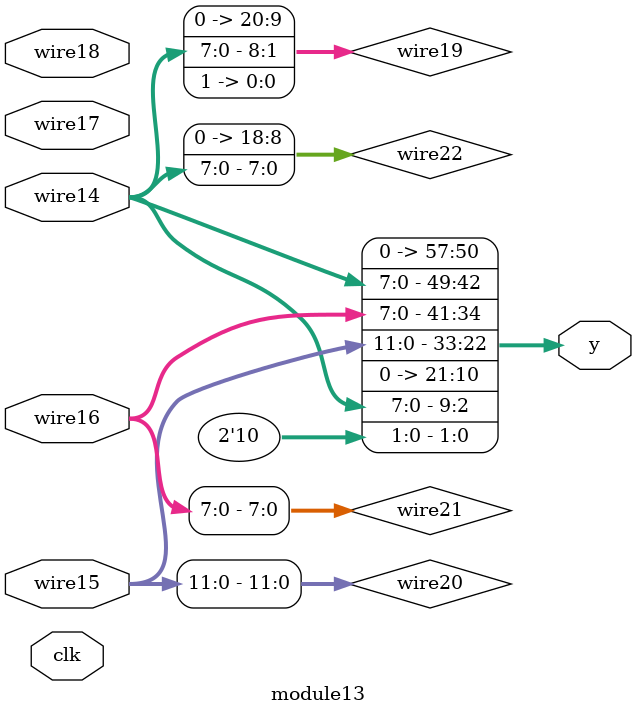
<source format=v>
module top
#(parameter param165 = ((^~(^{((8'hbb) >= (8'ha5)), ((7'h42) > (8'hbe))})) >= ({(((8'ha0) != (8'hbb)) ? (^~(8'ha3)) : ((8'hb9) != (8'hae))), {((8'hb6) == (8'h9f)), (|(8'hb3))}} ? (((~(8'hb1)) ? (~&(8'ha1)) : ((8'hb5) >> (8'hb3))) | ({(8'hb1)} ? ((8'h9f) ? (8'hae) : (8'h9d)) : {(8'hba), (7'h41)})) : ((((8'hb3) ? (8'hb2) : (8'ha5)) || (+(8'haf))) <= ((|(8'ha4)) >= ((7'h44) >> (8'h9f)))))))
(y, clk, wire0, wire1, wire2, wire3);
  output wire [(32'hb7):(32'h0)] y;
  input wire [(1'h0):(1'h0)] clk;
  input wire signed [(5'h13):(1'h0)] wire0;
  input wire signed [(4'hb):(1'h0)] wire1;
  input wire signed [(5'h11):(1'h0)] wire2;
  input wire signed [(4'hf):(1'h0)] wire3;
  wire [(4'he):(1'h0)] wire164;
  wire signed [(5'h11):(1'h0)] wire163;
  wire [(3'h5):(1'h0)] wire156;
  wire [(3'h6):(1'h0)] wire155;
  wire signed [(2'h3):(1'h0)] wire154;
  wire [(3'h6):(1'h0)] wire152;
  wire [(4'hf):(1'h0)] wire4;
  wire [(4'hd):(1'h0)] wire5;
  wire signed [(2'h3):(1'h0)] wire149;
  reg signed [(4'hd):(1'h0)] reg162 = (1'h0);
  reg [(4'he):(1'h0)] reg161 = (1'h0);
  reg signed [(2'h2):(1'h0)] reg160 = (1'h0);
  reg signed [(5'h14):(1'h0)] reg159 = (1'h0);
  reg signed [(4'hb):(1'h0)] reg158 = (1'h0);
  reg signed [(3'h5):(1'h0)] reg157 = (1'h0);
  reg [(4'he):(1'h0)] reg153 = (1'h0);
  reg signed [(5'h15):(1'h0)] reg151 = (1'h0);
  assign y = {wire164,
                 wire163,
                 wire156,
                 wire155,
                 wire154,
                 wire152,
                 wire4,
                 wire5,
                 wire149,
                 reg162,
                 reg161,
                 reg160,
                 reg159,
                 reg158,
                 reg157,
                 reg153,
                 reg151,
                 (1'h0)};
  assign wire4 = $unsigned(($unsigned(wire3[(3'h5):(3'h5)]) ?
                     ($unsigned((wire3 && (8'ha5))) && (8'hb1)) : wire2));
  assign wire5 = ((($signed({wire0}) ?
                     {(wire1 ? wire4 : wire0), (8'had)} : $signed(((8'hbe) ?
                         wire2 : wire3))) >>> {wire2[(4'ha):(3'h7)]}) && (-$unsigned($unsigned(wire4))));
  module6 #() modinst150 (wire149, clk, wire4, wire1, wire3, wire0, wire5);
  always
    @(posedge clk) begin
      reg151 <= $unsigned(wire3[(2'h3):(1'h1)]);
    end
  assign wire152 = $unsigned((wire3[(4'h8):(3'h6)] != $unsigned(wire4[(4'h9):(3'h4)])));
  always
    @(posedge clk) begin
      reg153 <= (wire5 < (wire3[(4'hd):(4'h9)] + {$unsigned({wire3}),
          $unsigned($signed((8'h9c)))}));
    end
  assign wire154 = wire3;
  assign wire155 = ($unsigned((($unsigned((8'ha8)) ?
                       (wire152 ? wire0 : (8'hb7)) : (reg151 ?
                           (8'hbc) : wire154)) << ((wire2 | wire4) - wire152))) <<< $unsigned(wire149));
  assign wire156 = (^~((~|$unsigned($signed(wire155))) <= wire5[(4'hc):(1'h0)]));
  always
    @(posedge clk) begin
      reg157 <= $unsigned((wire3 <= wire5));
      reg158 <= $unsigned(((((~^wire4) ?
          reg153 : $unsigned(wire0)) - reg151) - {reg153[(2'h2):(1'h0)],
          ($unsigned(wire4) ? wire156 : wire0[(5'h12):(4'hf)])}));
      if (wire3[(4'he):(3'h5)])
        begin
          reg159 <= wire1;
          reg160 <= ({(((&wire5) - $signed(wire4)) ?
                  (wire4[(4'hf):(4'hd)] ?
                      wire2 : {(7'h41)}) : (7'h42))} >>> $unsigned(reg158[(3'h5):(3'h4)]));
        end
      else
        begin
          reg159 <= ((wire152 ?
                  ($signed({wire152}) ?
                      reg159 : ((wire4 ? reg157 : (8'ha0)) ?
                          (reg151 ?
                              (8'ha4) : (8'hb2)) : wire2)) : (~&(&(^wire4)))) ?
              (+(!$unsigned(reg160[(2'h2):(1'h1)]))) : reg159[(1'h0):(1'h0)]);
        end
      reg161 <= wire4;
      reg162 <= reg159;
    end
  assign wire163 = reg153[(4'h8):(1'h1)];
  assign wire164 = (&(~&(~|reg158)));
endmodule

module module6  (y, clk, wire7, wire8, wire9, wire10, wire11);
  output wire [(32'h1c4):(32'h0)] y;
  input wire [(1'h0):(1'h0)] clk;
  input wire signed [(4'hf):(1'h0)] wire7;
  input wire [(4'h9):(1'h0)] wire8;
  input wire [(4'hf):(1'h0)] wire9;
  input wire [(5'h13):(1'h0)] wire10;
  input wire [(4'hd):(1'h0)] wire11;
  wire [(4'hc):(1'h0)] wire134;
  wire signed [(5'h12):(1'h0)] wire133;
  wire [(5'h10):(1'h0)] wire132;
  wire [(5'h14):(1'h0)] wire131;
  wire [(4'he):(1'h0)] wire130;
  wire [(3'h5):(1'h0)] wire128;
  wire signed [(3'h5):(1'h0)] wire117;
  wire signed [(5'h13):(1'h0)] wire116;
  wire signed [(4'hb):(1'h0)] wire114;
  wire [(5'h12):(1'h0)] wire12;
  wire signed [(5'h12):(1'h0)] wire23;
  reg signed [(3'h6):(1'h0)] reg148 = (1'h0);
  reg [(4'hb):(1'h0)] reg147 = (1'h0);
  reg signed [(3'h7):(1'h0)] reg146 = (1'h0);
  reg signed [(5'h11):(1'h0)] reg145 = (1'h0);
  reg [(4'hc):(1'h0)] reg144 = (1'h0);
  reg signed [(5'h14):(1'h0)] reg143 = (1'h0);
  reg signed [(5'h15):(1'h0)] reg142 = (1'h0);
  reg [(5'h14):(1'h0)] reg141 = (1'h0);
  reg [(2'h3):(1'h0)] reg140 = (1'h0);
  reg signed [(4'h8):(1'h0)] reg139 = (1'h0);
  reg [(2'h3):(1'h0)] reg138 = (1'h0);
  reg [(5'h12):(1'h0)] reg137 = (1'h0);
  reg signed [(3'h7):(1'h0)] reg136 = (1'h0);
  reg [(4'he):(1'h0)] reg135 = (1'h0);
  reg [(4'h8):(1'h0)] reg129 = (1'h0);
  reg [(4'ha):(1'h0)] reg127 = (1'h0);
  reg [(3'h6):(1'h0)] reg126 = (1'h0);
  reg signed [(5'h14):(1'h0)] reg125 = (1'h0);
  reg signed [(4'hc):(1'h0)] reg124 = (1'h0);
  reg [(4'hb):(1'h0)] reg123 = (1'h0);
  reg [(4'he):(1'h0)] reg122 = (1'h0);
  reg signed [(2'h2):(1'h0)] reg121 = (1'h0);
  reg [(4'ha):(1'h0)] reg120 = (1'h0);
  reg signed [(4'he):(1'h0)] reg119 = (1'h0);
  reg signed [(5'h15):(1'h0)] reg118 = (1'h0);
  assign y = {wire134,
                 wire133,
                 wire132,
                 wire131,
                 wire130,
                 wire128,
                 wire117,
                 wire116,
                 wire114,
                 wire12,
                 wire23,
                 reg148,
                 reg147,
                 reg146,
                 reg145,
                 reg144,
                 reg143,
                 reg142,
                 reg141,
                 reg140,
                 reg139,
                 reg138,
                 reg137,
                 reg136,
                 reg135,
                 reg129,
                 reg127,
                 reg126,
                 reg125,
                 reg124,
                 reg123,
                 reg122,
                 reg121,
                 reg120,
                 reg119,
                 reg118,
                 (1'h0)};
  assign wire12 = (wire10 ?
                      (wire10[(4'h9):(4'h9)] ?
                          (~&$signed(wire10)) : wire9) : wire10);
  module13 #() modinst24 (.wire15(wire7), .wire14(wire8), .wire16(wire10), .clk(clk), .wire17(wire9), .y(wire23), .wire18(wire11));
  module25 #() modinst115 (wire114, clk, wire11, wire7, wire12, wire9);
  assign wire116 = wire12;
  assign wire117 = $signed(wire114[(1'h1):(1'h0)]);
  always
    @(posedge clk) begin
      if ((((((wire117 >>> wire117) ?
          wire9[(4'h8):(3'h4)] : (wire11 >> wire8)) || {(+wire114)}) >> wire12[(4'h9):(4'h9)]) && ((wire23 ?
          wire11[(4'hc):(4'h8)] : wire9) > $signed(((wire114 ?
              wire11 : wire12) ?
          (+wire116) : (wire114 + wire114))))))
        begin
          reg118 <= $signed($signed({({wire12, wire10} ?
                  (wire8 || wire116) : (wire116 & wire9)),
              {(wire117 * wire23), (wire10 ? wire8 : wire11)}}));
          if (wire10[(4'h9):(4'h8)])
            begin
              reg119 <= wire10[(4'ha):(2'h2)];
              reg120 <= $signed($unsigned((8'ha4)));
              reg121 <= wire117[(1'h1):(1'h0)];
              reg122 <= ((wire11[(4'h9):(2'h2)] ?
                  ((^reg121[(2'h2):(2'h2)]) ?
                      $unsigned(wire9) : $unsigned(wire116)) : (-(-(wire12 ?
                      reg120 : reg121)))) <<< {reg118[(4'hd):(1'h1)]});
              reg123 <= $signed($unsigned($unsigned(wire7[(3'h5):(1'h1)])));
            end
          else
            begin
              reg119 <= ($unsigned($signed((8'ha4))) ? (~wire12) : wire117);
              reg120 <= (($signed({reg121}) > wire11[(3'h5):(2'h3)]) ?
                  reg122 : (($signed((reg119 ? reg121 : (8'hb7))) || (-{wire10,
                          reg119})) ?
                      (-{(8'hb3),
                          ((8'hb7) ? reg121 : wire11)}) : (wire8 && reg120)));
              reg121 <= ($signed((!((reg122 ?
                  reg120 : wire11) ^ (+wire11)))) & $unsigned(wire7[(1'h1):(1'h1)]));
              reg122 <= {{wire10}, reg119};
            end
          reg124 <= ((~|($unsigned(reg118) ?
                  $signed($unsigned(wire10)) : $signed(wire116))) ?
              (~|(~^wire116)) : ((reg120 ?
                  ($unsigned((8'h9f)) >= (reg118 <= wire12)) : (wire23[(3'h6):(1'h0)] ?
                      (wire9 ~^ reg121) : (wire117 ?
                          reg123 : wire10))) < $signed((^$signed(wire9)))));
          reg125 <= (($signed($signed(wire116)) ?
                  (8'hb9) : $signed(wire23[(4'h8):(3'h7)])) ?
              $signed((wire7[(3'h4):(2'h2)] ?
                  {$signed(reg124)} : wire10[(2'h2):(1'h0)])) : wire11);
        end
      else
        begin
          if (($unsigned((~$unsigned($signed(wire114)))) ?
              ($signed(wire8) - wire7[(4'h9):(1'h0)]) : $signed((!reg118[(4'h8):(4'h8)]))))
            begin
              reg118 <= wire117[(2'h3):(2'h3)];
              reg119 <= ($unsigned(wire11[(4'hc):(4'hb)]) ?
                  $unsigned((reg120[(2'h2):(1'h1)] || ($signed((8'haf)) ?
                      $signed(reg119) : (reg118 ?
                          reg120 : (8'hbb))))) : {(7'h41)});
              reg120 <= (wire10 ?
                  {wire10[(4'h9):(1'h1)],
                      $signed(reg123[(4'ha):(4'h8)])} : {(~wire7[(4'hb):(4'hb)])});
              reg121 <= ((~^(~^$unsigned((|wire9)))) ?
                  $unsigned({$signed({wire12, reg119}),
                      ((-reg118) ^~ (!(8'ha6)))}) : ((wire10[(3'h7):(2'h3)] && {(wire114 ^~ wire7)}) ?
                      (wire9 ?
                          ({wire12} ?
                              reg118[(4'hc):(4'h8)] : (^wire12)) : reg125) : reg122));
              reg122 <= wire7;
            end
          else
            begin
              reg118 <= reg121[(1'h0):(1'h0)];
              reg119 <= (&($signed(wire11[(4'h9):(4'h8)]) && {wire8,
                  ((^~(8'hbd)) ? (reg118 ^ wire9) : ((7'h40) == (8'ha0)))}));
              reg120 <= $unsigned(reg120);
              reg121 <= (((((reg118 < reg120) ? {(8'hbc), reg119} : reg122) ?
                      reg118 : (&{reg120,
                          reg119})) ~^ {(|reg123[(3'h6):(2'h2)]),
                      ((8'ha0) ^ ((8'hb5) ? reg118 : reg124))}) ?
                  (-wire9[(3'h6):(3'h4)]) : ((((reg118 ? reg121 : reg119) ?
                          $signed(wire11) : wire117) ?
                      reg119 : reg120) != (+(|(^~wire8)))));
              reg122 <= (|($signed({(wire8 < reg121),
                  $signed(reg125)}) && (8'ha4)));
            end
          reg123 <= ($unsigned((&reg122[(4'hc):(4'h9)])) ~^ (wire10 * wire116));
          reg124 <= wire116[(4'hb):(1'h0)];
        end
      reg126 <= wire12;
      reg127 <= $signed({reg123[(4'h9):(3'h4)],
          ((wire23[(2'h3):(1'h0)] ?
              ((8'hbd) ~^ wire116) : $signed((8'hb3))) >> (8'h9c))});
    end
  assign wire128 = {(((~(wire12 - reg125)) ? reg120 : $unsigned((~|reg124))) ?
                           ($signed(wire114[(3'h6):(1'h1)]) < $unsigned(reg126)) : $unsigned((~reg125[(3'h6):(2'h2)])))};
  always
    @(posedge clk) begin
      reg129 <= $signed({$signed(((~wire8) > reg118))});
    end
  assign wire130 = (reg123 & wire9[(4'hc):(4'hc)]);
  assign wire131 = (+wire114);
  assign wire132 = $signed($unsigned(($signed(reg129) * wire116)));
  assign wire133 = reg118[(3'h7):(1'h1)];
  assign wire134 = $unsigned(wire23[(4'hb):(1'h0)]);
  always
    @(posedge clk) begin
      reg135 <= reg122[(4'hb):(3'h7)];
      if (wire130)
        begin
          if ((~|(~{(~^reg118[(4'hc):(4'hb)]), {(^wire128)}})))
            begin
              reg136 <= wire12;
              reg137 <= $signed({reg127[(1'h1):(1'h0)],
                  $unsigned(reg122[(3'h6):(2'h2)])});
              reg138 <= $unsigned((((((8'ha3) & reg120) ?
                  $unsigned(reg123) : (wire12 && reg127)) ^~ ((8'hb8) ?
                  ((8'ha9) ? reg121 : reg126) : ((8'ha9) & reg129))) - reg123));
            end
          else
            begin
              reg136 <= $signed(reg127[(2'h2):(1'h1)]);
              reg137 <= $unsigned({$signed($signed((+wire132))),
                  ((8'ha8) ? (8'haf) : (!$signed(reg137)))});
              reg138 <= $unsigned((-wire23));
            end
          if ($signed(($unsigned((7'h41)) >> ($signed((wire10 ?
              wire133 : reg125)) ~^ (((8'hbc) <<< wire117) ?
              (~wire12) : (reg135 ? (8'ha0) : (8'hb5)))))))
            begin
              reg139 <= wire117[(1'h0):(1'h0)];
              reg140 <= ((8'h9c) ?
                  (-wire23) : $signed($unsigned(wire8[(3'h5):(2'h2)])));
              reg141 <= wire116;
            end
          else
            begin
              reg139 <= $signed($unsigned({$signed($signed(wire133))}));
            end
          if (wire117[(3'h5):(2'h3)])
            begin
              reg142 <= ({((^$unsigned(reg127)) ?
                          (~&$unsigned(wire133)) : $signed(reg122[(4'hc):(3'h5)]))} ?
                  (reg137 * (~&wire117[(3'h5):(3'h4)])) : $unsigned(wire8[(3'h4):(1'h1)]));
              reg143 <= {((-reg140) - (~$signed($unsigned(reg123)))),
                  $unsigned($signed(reg129))};
            end
          else
            begin
              reg142 <= $signed($signed($unsigned(reg143[(4'hd):(3'h7)])));
              reg143 <= (wire7 ?
                  {reg139[(3'h4):(2'h2)]} : {(reg139[(3'h5):(1'h1)] ?
                          $signed((reg124 ~^ reg140)) : $unsigned((~wire131))),
                      ($signed($signed(reg141)) ?
                          reg120[(3'h7):(3'h6)] : $unsigned((reg139 ?
                              reg143 : reg129)))});
              reg144 <= ($unsigned($signed(((^~wire23) ?
                      reg120 : $signed((8'ha5))))) ?
                  ({((reg125 ? (8'ha3) : wire114) ^~ reg139), wire128} ?
                      wire133 : ($unsigned(((8'hb1) ?
                          wire114 : wire128)) | $signed(((8'ha3) ?
                          wire9 : wire23)))) : (((wire117 == (~|reg138)) | $unsigned($signed(wire114))) ?
                      (|$unsigned((reg138 < reg129))) : (+(reg135[(3'h6):(2'h2)] ^~ $unsigned(reg121)))));
              reg145 <= (wire114 ?
                  (((~|(~^reg141)) ? {reg118, {reg143}} : (~|(!reg125))) ?
                      $signed($signed(wire131)) : ($unsigned($unsigned((8'hae))) > reg119[(4'he):(4'hb)])) : ($signed(({wire132,
                          (8'hab)} ^ $signed(reg140))) ?
                      reg142[(4'h9):(3'h7)] : (^$signed({reg129}))));
            end
          reg146 <= (8'hb6);
          reg147 <= (reg140 ? (!$signed((^(~wire116)))) : (|(8'hb0)));
        end
      else
        begin
          reg136 <= $unsigned((|$unsigned({$signed(reg138),
              ((8'hb5) ? wire134 : wire130)})));
          reg137 <= reg141;
          reg138 <= ($unsigned($signed($signed((wire114 >> (8'hbc))))) >= (8'hb1));
          reg139 <= {(((7'h43) ? {$unsigned(wire114)} : reg142) ?
                  (reg144 ?
                      $unsigned($signed(wire8)) : $signed($unsigned(wire116))) : (!reg145[(4'hd):(1'h0)]))};
          reg140 <= $unsigned((wire131 ?
              $signed(((|wire134) ^ reg136[(3'h5):(1'h0)])) : $unsigned((wire117[(2'h3):(2'h3)] * {wire11,
                  wire131}))));
        end
      reg148 <= $signed((wire128[(3'h4):(2'h2)] < (8'hb8)));
    end
endmodule

module module25
#(parameter param113 = {(((((8'haa) || (8'hb7)) <<< (&(8'hb4))) ? (~^((8'ha9) ^ (8'ha0))) : ((~(8'h9c)) ? (!(8'hae)) : ((8'hb8) ? (7'h44) : (8'h9d)))) ^ (8'hb9))})
(y, clk, wire29, wire28, wire27, wire26);
  output wire [(32'h388):(32'h0)] y;
  input wire [(1'h0):(1'h0)] clk;
  input wire signed [(2'h3):(1'h0)] wire29;
  input wire signed [(4'hf):(1'h0)] wire28;
  input wire [(5'h12):(1'h0)] wire27;
  input wire signed [(2'h2):(1'h0)] wire26;
  wire signed [(4'he):(1'h0)] wire112;
  wire [(4'hd):(1'h0)] wire111;
  wire [(5'h13):(1'h0)] wire89;
  wire [(4'h8):(1'h0)] wire74;
  wire [(5'h11):(1'h0)] wire73;
  wire [(4'ha):(1'h0)] wire72;
  wire signed [(3'h5):(1'h0)] wire68;
  wire signed [(5'h13):(1'h0)] wire67;
  wire [(3'h4):(1'h0)] wire53;
  wire signed [(4'hc):(1'h0)] wire52;
  wire [(4'h9):(1'h0)] wire42;
  wire signed [(5'h13):(1'h0)] wire41;
  reg [(4'he):(1'h0)] reg110 = (1'h0);
  reg signed [(2'h2):(1'h0)] reg109 = (1'h0);
  reg [(4'h8):(1'h0)] reg108 = (1'h0);
  reg signed [(3'h6):(1'h0)] reg107 = (1'h0);
  reg [(2'h3):(1'h0)] reg106 = (1'h0);
  reg [(3'h4):(1'h0)] reg105 = (1'h0);
  reg signed [(5'h12):(1'h0)] reg104 = (1'h0);
  reg [(4'h9):(1'h0)] reg103 = (1'h0);
  reg [(4'hf):(1'h0)] reg102 = (1'h0);
  reg [(5'h12):(1'h0)] reg101 = (1'h0);
  reg signed [(3'h5):(1'h0)] reg100 = (1'h0);
  reg [(4'hf):(1'h0)] reg99 = (1'h0);
  reg [(5'h11):(1'h0)] reg98 = (1'h0);
  reg [(5'h15):(1'h0)] reg97 = (1'h0);
  reg [(3'h7):(1'h0)] reg96 = (1'h0);
  reg [(3'h4):(1'h0)] reg95 = (1'h0);
  reg signed [(4'ha):(1'h0)] reg94 = (1'h0);
  reg [(4'hd):(1'h0)] reg93 = (1'h0);
  reg signed [(3'h6):(1'h0)] reg92 = (1'h0);
  reg signed [(4'he):(1'h0)] reg91 = (1'h0);
  reg signed [(3'h6):(1'h0)] reg90 = (1'h0);
  reg signed [(4'h8):(1'h0)] reg88 = (1'h0);
  reg [(5'h14):(1'h0)] reg87 = (1'h0);
  reg [(3'h4):(1'h0)] reg86 = (1'h0);
  reg signed [(2'h3):(1'h0)] reg85 = (1'h0);
  reg [(3'h4):(1'h0)] reg84 = (1'h0);
  reg [(3'h5):(1'h0)] reg83 = (1'h0);
  reg [(4'he):(1'h0)] reg82 = (1'h0);
  reg [(3'h5):(1'h0)] reg81 = (1'h0);
  reg [(3'h4):(1'h0)] reg80 = (1'h0);
  reg signed [(4'h9):(1'h0)] reg79 = (1'h0);
  reg [(3'h6):(1'h0)] reg78 = (1'h0);
  reg signed [(5'h10):(1'h0)] reg77 = (1'h0);
  reg [(5'h13):(1'h0)] reg76 = (1'h0);
  reg [(3'h6):(1'h0)] reg75 = (1'h0);
  reg [(5'h10):(1'h0)] reg71 = (1'h0);
  reg [(2'h3):(1'h0)] reg70 = (1'h0);
  reg signed [(4'hf):(1'h0)] reg69 = (1'h0);
  reg signed [(4'hf):(1'h0)] reg66 = (1'h0);
  reg [(5'h12):(1'h0)] reg65 = (1'h0);
  reg [(5'h13):(1'h0)] reg64 = (1'h0);
  reg [(2'h2):(1'h0)] reg63 = (1'h0);
  reg signed [(4'he):(1'h0)] reg62 = (1'h0);
  reg [(2'h3):(1'h0)] reg61 = (1'h0);
  reg signed [(3'h7):(1'h0)] reg60 = (1'h0);
  reg [(4'hf):(1'h0)] reg59 = (1'h0);
  reg [(4'h8):(1'h0)] reg58 = (1'h0);
  reg [(2'h3):(1'h0)] reg57 = (1'h0);
  reg [(4'hf):(1'h0)] reg56 = (1'h0);
  reg signed [(5'h14):(1'h0)] reg55 = (1'h0);
  reg signed [(5'h12):(1'h0)] reg54 = (1'h0);
  reg [(5'h13):(1'h0)] reg51 = (1'h0);
  reg signed [(5'h12):(1'h0)] reg50 = (1'h0);
  reg signed [(2'h3):(1'h0)] reg49 = (1'h0);
  reg signed [(4'ha):(1'h0)] reg48 = (1'h0);
  reg signed [(4'ha):(1'h0)] reg47 = (1'h0);
  reg [(3'h5):(1'h0)] reg46 = (1'h0);
  reg signed [(3'h4):(1'h0)] reg45 = (1'h0);
  reg [(2'h3):(1'h0)] reg44 = (1'h0);
  reg [(4'ha):(1'h0)] reg43 = (1'h0);
  reg signed [(5'h14):(1'h0)] reg40 = (1'h0);
  reg signed [(5'h10):(1'h0)] reg39 = (1'h0);
  reg [(5'h13):(1'h0)] reg38 = (1'h0);
  reg [(3'h7):(1'h0)] reg37 = (1'h0);
  reg signed [(4'h9):(1'h0)] reg36 = (1'h0);
  reg [(3'h6):(1'h0)] reg35 = (1'h0);
  reg [(5'h15):(1'h0)] reg34 = (1'h0);
  reg [(2'h3):(1'h0)] reg33 = (1'h0);
  reg signed [(5'h10):(1'h0)] reg32 = (1'h0);
  reg [(5'h12):(1'h0)] reg31 = (1'h0);
  reg signed [(4'h8):(1'h0)] reg30 = (1'h0);
  assign y = {wire112,
                 wire111,
                 wire89,
                 wire74,
                 wire73,
                 wire72,
                 wire68,
                 wire67,
                 wire53,
                 wire52,
                 wire42,
                 wire41,
                 reg110,
                 reg109,
                 reg108,
                 reg107,
                 reg106,
                 reg105,
                 reg104,
                 reg103,
                 reg102,
                 reg101,
                 reg100,
                 reg99,
                 reg98,
                 reg97,
                 reg96,
                 reg95,
                 reg94,
                 reg93,
                 reg92,
                 reg91,
                 reg90,
                 reg88,
                 reg87,
                 reg86,
                 reg85,
                 reg84,
                 reg83,
                 reg82,
                 reg81,
                 reg80,
                 reg79,
                 reg78,
                 reg77,
                 reg76,
                 reg75,
                 reg71,
                 reg70,
                 reg69,
                 reg66,
                 reg65,
                 reg64,
                 reg63,
                 reg62,
                 reg61,
                 reg60,
                 reg59,
                 reg58,
                 reg57,
                 reg56,
                 reg55,
                 reg54,
                 reg51,
                 reg50,
                 reg49,
                 reg48,
                 reg47,
                 reg46,
                 reg45,
                 reg44,
                 reg43,
                 reg40,
                 reg39,
                 reg38,
                 reg37,
                 reg36,
                 reg35,
                 reg34,
                 reg33,
                 reg32,
                 reg31,
                 reg30,
                 (1'h0)};
  always
    @(posedge clk) begin
      if ((wire27[(4'ha):(4'h9)] ?
          $unsigned($signed(($signed(wire26) >>> (~&wire29)))) : ($signed(wire28[(2'h3):(2'h2)]) * wire28[(3'h7):(1'h0)])))
        begin
          reg30 <= wire26;
          reg31 <= $unsigned(((~&$unsigned((wire29 >>> wire26))) ~^ (|({reg30} & $unsigned(wire29)))));
        end
      else
        begin
          if (({(^~$unsigned($unsigned((8'h9d))))} ? $signed(wire27) : wire29))
            begin
              reg30 <= ((~^(wire26 ?
                      ({reg30} ?
                          (wire28 ?
                              wire26 : (8'haa)) : $signed(wire28)) : $unsigned((reg31 && reg31)))) ?
                  $signed((-(!wire26[(1'h0):(1'h0)]))) : wire29[(2'h3):(2'h3)]);
              reg31 <= (-$signed(wire26));
            end
          else
            begin
              reg30 <= (reg30[(3'h7):(1'h0)] ?
                  wire28 : $unsigned((|$unsigned($unsigned(reg30)))));
              reg31 <= (($signed((~&(reg30 ~^ wire26))) ~^ (~($signed(wire29) ?
                      wire27 : {wire27, wire28}))) ?
                  wire27[(3'h6):(2'h2)] : wire27[(1'h0):(1'h0)]);
              reg32 <= ($signed($unsigned(wire29)) ?
                  reg31[(5'h10):(1'h1)] : $signed((|(~^wire29[(2'h2):(1'h1)]))));
            end
          if (((^~($unsigned((~^(8'hb5))) | reg31[(3'h4):(1'h1)])) | ($signed((~^(reg31 ?
              wire29 : (8'ha9)))) && $unsigned(wire26))))
            begin
              reg33 <= (~{$signed(wire27[(4'he):(4'ha)])});
              reg34 <= wire27[(3'h5):(1'h1)];
              reg35 <= $signed(wire27[(4'hd):(4'ha)]);
              reg36 <= $unsigned((wire29 | $signed(wire28)));
              reg37 <= $signed(reg31);
            end
          else
            begin
              reg33 <= wire29;
              reg34 <= (wire29[(2'h3):(1'h0)] && $signed($unsigned(reg35[(3'h4):(2'h2)])));
              reg35 <= wire29;
              reg36 <= $unsigned(($signed($unsigned((wire26 < reg33))) ?
                  $unsigned($signed($signed(wire28))) : wire27[(5'h11):(1'h0)]));
              reg37 <= (8'hab);
            end
          reg38 <= wire27;
        end
      reg39 <= $unsigned($unsigned($signed($signed((reg31 ^ reg34)))));
      reg40 <= $unsigned($unsigned($signed($signed((wire29 ?
          reg32 : wire29)))));
    end
  assign wire41 = reg37;
  assign wire42 = (((reg30[(3'h4):(1'h0)] ?
                          ((reg31 ^ (8'had)) >> reg38[(4'hd):(4'ha)]) : (reg30[(3'h6):(3'h5)] ?
                              (~^reg40) : $unsigned(reg40))) ?
                      wire29 : ((~^((8'hbd) - (8'had))) >= ($unsigned(wire41) ?
                          wire29[(1'h0):(1'h0)] : $unsigned(wire28)))) << (^($signed((wire41 ?
                      reg33 : reg33)) <= wire28)));
  always
    @(posedge clk) begin
      reg43 <= {$unsigned($unsigned(reg36)),
          $unsigned($signed(((~reg38) ? reg30 : (-(8'had)))))};
      reg44 <= {$unsigned(($signed($unsigned(reg38)) ?
              wire28 : (reg34[(2'h3):(2'h2)] ?
                  (reg30 ? wire29 : reg40) : wire26))),
          ((wire42 >= {reg34}) ~^ reg37[(1'h1):(1'h1)])};
      reg45 <= ((&{{(~(8'had)), (~|reg34)}}) ?
          reg36[(4'h9):(2'h2)] : reg34[(4'he):(3'h4)]);
      if (((~reg34) << reg32[(4'hf):(4'ha)]))
        begin
          if (reg45)
            begin
              reg46 <= (+$signed((reg34 - ($unsigned(wire29) > $unsigned(reg39)))));
              reg47 <= $unsigned((~^$signed($unsigned(((7'h43) ?
                  wire26 : reg36)))));
              reg48 <= {reg30};
              reg49 <= reg44[(1'h1):(1'h1)];
            end
          else
            begin
              reg46 <= ((wire29 ? reg44 : $signed((|$signed(reg35)))) ?
                  ({(8'hb4),
                      ($signed((8'haa)) << $signed((8'h9e)))} >>> (|$signed(wire27))) : (reg34[(1'h0):(1'h0)] ?
                      reg30[(3'h7):(2'h3)] : (~wire41[(3'h4):(2'h3)])));
              reg47 <= $signed($unsigned($signed((reg43[(1'h0):(1'h0)] && wire41))));
              reg48 <= ((7'h40) ?
                  ($unsigned(({reg45} ?
                          $unsigned(wire42) : (reg47 ? reg33 : reg30))) ?
                      $signed((|reg40)) : (^~$signed((+(8'hb5))))) : (^(((reg35 != reg34) ?
                          ((7'h44) < (8'hbb)) : $unsigned(wire26)) ?
                      wire42[(1'h1):(1'h0)] : $unsigned((wire28 ~^ (7'h43))))));
              reg49 <= (8'hbe);
              reg50 <= $signed($unsigned(((-(reg37 ?
                  (8'ha4) : wire29)) <= $unsigned(wire28[(1'h1):(1'h1)]))));
            end
          reg51 <= (+(($signed((8'hbd)) ?
                  $unsigned((reg39 ? (8'hac) : (8'ha9))) : {reg36}) ?
              reg47[(4'h9):(4'h9)] : ((-reg35) > $unsigned(reg39[(4'hd):(4'hb)]))));
        end
      else
        begin
          reg46 <= (reg47[(4'h8):(2'h2)] ? wire27 : wire26);
          reg47 <= $signed((({$signed(reg46)} | (-reg39)) ?
              (~^(~$unsigned(reg51))) : (~|{$unsigned(reg48)})));
          reg48 <= wire27[(4'hd):(3'h7)];
          reg49 <= $unsigned({$signed((~&(~|reg34))), wire41[(5'h11):(4'h9)]});
        end
    end
  assign wire52 = (^~$unsigned((reg33[(1'h1):(1'h0)] ?
                      (8'h9d) : $signed(reg39))));
  assign wire53 = (!(reg31 | $signed($unsigned((!reg47)))));
  always
    @(posedge clk) begin
      reg54 <= $unsigned(reg50);
      if (({wire28[(4'hd):(2'h3)], (8'hb4)} ?
          reg47[(4'h9):(4'h8)] : $unsigned(reg36)))
        begin
          reg55 <= $unsigned((+(~reg35)));
          reg56 <= $unsigned(reg51);
          reg57 <= $signed(wire26[(1'h1):(1'h1)]);
        end
      else
        begin
          reg55 <= reg31;
        end
      reg58 <= {(reg32[(5'h10):(1'h0)] ?
              (~^reg40[(3'h4):(3'h4)]) : ((&reg54[(3'h4):(1'h1)]) ~^ ((wire53 <<< reg33) << ((8'ha2) ?
                  reg30 : (8'ha4))))),
          ($unsigned((reg45 ? (+(8'hbf)) : (reg55 ? wire42 : reg47))) ?
              $unsigned(reg35) : (&(-$unsigned(reg55))))};
      reg59 <= (((wire29 ?
          $signed((wire28 >= reg48)) : $signed((reg55 && reg31))) ^~ (wire29 < ($unsigned(reg37) ~^ reg37))) >>> $unsigned({$unsigned(reg38[(3'h4):(2'h2)])}));
      if (wire42)
        begin
          reg60 <= (reg59 > reg37[(3'h4):(1'h1)]);
          reg61 <= ({$signed($unsigned(wire53[(2'h2):(1'h1)])),
                  (({reg30, reg37} || $signed(reg58)) ?
                      (^~$signed(reg32)) : (+(reg34 <<< reg31)))} ?
              (8'ha6) : (({reg49[(2'h3):(2'h3)]} ?
                      (reg54[(4'h8):(3'h4)] <<< (+(8'ha6))) : ((~|reg32) ?
                          $signed(reg46) : $signed(reg56))) ?
                  reg43[(3'h6):(3'h6)] : reg38[(2'h3):(2'h2)]));
          if ($unsigned($unsigned($unsigned($unsigned(reg58[(3'h7):(3'h6)])))))
            begin
              reg62 <= reg30;
              reg63 <= ((~|$unsigned($signed((wire52 ?
                  reg56 : reg61)))) >= (($unsigned($unsigned(reg30)) ?
                      (&wire53[(1'h1):(1'h1)]) : $unsigned((reg55 ?
                          reg61 : wire42))) ?
                  ($signed((+reg46)) ?
                      $signed((reg35 ? wire53 : wire53)) : {{(8'h9c)},
                          ((8'hb9) > (8'hab))}) : $unsigned({{reg44}})));
              reg64 <= ($signed({$unsigned((reg48 ? reg51 : (8'ha8)))}) ?
                  (8'hb4) : ((reg63 <<< (reg60[(3'h4):(2'h3)] ?
                          wire27[(4'hf):(4'he)] : $unsigned((8'ha8)))) ?
                      $signed($signed((~(8'haf)))) : reg40));
              reg65 <= (~(((8'hbf) ?
                  (reg60 == (8'h9d)) : reg64) | $signed({reg47, reg33})));
            end
          else
            begin
              reg62 <= reg38[(5'h13):(3'h5)];
            end
          reg66 <= (~^{wire53, wire28[(4'h8):(1'h0)]});
        end
      else
        begin
          if ($signed(($unsigned((~&reg35[(3'h4):(2'h2)])) >> ($signed({(8'hbb)}) >= ($signed((8'h9c)) <= wire52)))))
            begin
              reg60 <= reg39;
            end
          else
            begin
              reg60 <= $signed(reg36[(3'h5):(2'h3)]);
              reg61 <= (8'haa);
            end
          if (reg44[(2'h3):(2'h3)])
            begin
              reg62 <= ($signed(reg50) | $unsigned(wire26[(2'h2):(2'h2)]));
              reg63 <= $signed(((^(reg62[(4'he):(4'hd)] * $signed((8'ha8)))) ?
                  ($signed($unsigned(reg39)) ?
                      $signed(reg49) : reg39) : ((~&reg44[(1'h1):(1'h0)]) >= ({wire27,
                          reg35} ?
                      (reg35 ? reg55 : wire29) : (!wire42)))));
              reg64 <= (wire28 ?
                  (&$signed({$unsigned(reg38)})) : reg65[(4'h9):(3'h5)]);
              reg65 <= $unsigned($signed(($unsigned((reg54 >> reg39)) << (^~(reg57 ?
                  (8'haf) : reg51)))));
              reg66 <= ($unsigned((^~(^(8'ha8)))) & (8'hb7));
            end
          else
            begin
              reg62 <= (((^(reg66 == {reg47,
                  wire42})) & ((8'h9e) <= {reg66})) ~^ {(((wire41 <<< (8'ha4)) ?
                      $signed(reg45) : $signed(reg43)) & reg38[(5'h13):(5'h12)]),
                  (reg63 ? reg51 : $signed(reg44))});
              reg63 <= (wire27 ?
                  ((!$signed(((7'h44) ?
                      reg63 : (8'ha4)))) << (|$signed(reg63[(2'h2):(1'h1)]))) : reg31);
              reg64 <= ($signed(({reg33[(1'h0):(1'h0)], (wire29 > reg38)} ?
                  $signed($unsigned(reg44)) : (^~$unsigned(reg35)))) <= $unsigned(reg51));
              reg65 <= $unsigned($signed((8'hba)));
            end
        end
    end
  assign wire67 = (8'h9c);
  assign wire68 = reg31;
  always
    @(posedge clk) begin
      reg69 <= (($signed($signed((^reg47))) ? reg30 : reg45[(1'h1):(1'h1)]) ?
          (^~{(^~$signed((8'hb4)))}) : (reg55[(5'h10):(4'hf)] * $unsigned(reg65[(3'h4):(1'h0)])));
      reg70 <= $unsigned($signed({(+reg56[(4'hc):(4'hc)]), (^reg48)}));
      reg71 <= (7'h43);
    end
  assign wire72 = {$unsigned((|{(!(8'hb8)), $unsigned(reg33)})), (7'h43)};
  assign wire73 = wire27[(5'h11):(4'h9)];
  assign wire74 = $unsigned(reg45[(3'h4):(3'h4)]);
  always
    @(posedge clk) begin
      reg75 <= wire68[(3'h5):(1'h0)];
      if (wire52[(4'h8):(3'h6)])
        begin
          reg76 <= (-$signed($signed({$unsigned(wire41), {reg54, (8'hb5)}})));
          reg77 <= $signed($unsigned(((&(reg59 ? (8'hbb) : reg40)) ~^ wire41)));
          reg78 <= $unsigned(reg75);
        end
      else
        begin
          reg76 <= $signed({reg48});
          reg77 <= ($signed(reg54[(5'h11):(5'h10)]) ~^ (({reg66[(4'hf):(4'hd)],
                  $unsigned(wire74)} == ((wire41 ? (8'hac) : reg63) & (reg40 ?
                  reg59 : reg65))) ?
              (^~($unsigned((8'ha1)) > (~^(8'hb8)))) : ((reg62 ?
                      $unsigned(wire67) : reg38) ?
                  $signed(wire67[(4'h9):(3'h7)]) : (&(!wire74)))));
          reg78 <= reg44;
          reg79 <= wire68[(3'h5):(2'h2)];
          if (reg34)
            begin
              reg80 <= $unsigned(reg48);
              reg81 <= $signed({(((reg79 ? reg32 : (8'ha7)) ?
                          $signed(reg70) : reg43) ?
                      $unsigned($signed(wire27)) : $unsigned($signed(reg30)))});
            end
          else
            begin
              reg80 <= reg71[(4'hb):(4'h8)];
              reg81 <= (reg33 != (((reg31 ?
                      reg76[(4'ha):(4'h9)] : (reg79 & reg37)) ?
                  $signed($signed(reg35)) : $signed((reg69 ?
                      (7'h44) : reg61))) ^ $signed({reg44})));
              reg82 <= reg50;
            end
        end
      reg83 <= (($signed(($unsigned(reg48) | wire42)) ?
          reg60[(3'h4):(2'h3)] : {$unsigned((-wire73))}) >>> reg63);
      reg84 <= reg46[(3'h5):(3'h5)];
      if ((reg40 <<< $signed((8'hb0))))
        begin
          if (wire27[(1'h1):(1'h1)])
            begin
              reg85 <= reg50[(4'hb):(4'hb)];
              reg86 <= (!reg59[(4'hc):(3'h7)]);
            end
          else
            begin
              reg85 <= ((($signed((wire26 ? reg65 : reg71)) ?
                      ($unsigned((8'hb8)) ?
                          (reg82 ? wire74 : reg84) : (reg48 ?
                              reg71 : reg40)) : {(reg83 ? (8'ha4) : wire41),
                          wire53}) * reg76) ?
                  (wire68[(1'h0):(1'h0)] ?
                      {{reg75[(1'h0):(1'h0)], $signed(wire52)}} : (((reg84 ?
                              wire27 : wire72) ?
                          (|reg50) : ((8'hb4) && reg38)) || reg60)) : (((reg45[(1'h0):(1'h0)] ?
                              (reg54 && reg44) : (reg40 ? reg33 : reg79)) ?
                          reg45 : (reg40[(5'h13):(4'hd)] & $signed(reg47))) ?
                      (-reg34) : $signed(({reg64} >>> (7'h40)))));
              reg86 <= (($signed(wire72[(2'h2):(2'h2)]) ?
                  (~|(-(wire67 ?
                      (7'h42) : reg64))) : ($unsigned($unsigned((8'ha4))) ?
                      $signed(reg65) : (wire72[(3'h4):(1'h1)] ?
                          $signed(reg45) : (reg32 ?
                              reg54 : reg65)))) >= $signed((|(reg48 >> reg85[(1'h1):(1'h0)]))));
              reg87 <= reg33;
              reg88 <= (~^(8'h9f));
            end
        end
      else
        begin
          reg85 <= $signed(($unsigned($unsigned($signed((8'hb4)))) ~^ reg56[(4'hd):(2'h3)]));
          if ({(~|{reg51})})
            begin
              reg86 <= $unsigned($signed({({(8'hae), reg75} ?
                      (reg40 <= reg62) : reg30[(2'h3):(1'h0)]),
                  (((8'hb6) ? reg39 : reg60) ? (8'hb0) : (~reg30))}));
              reg87 <= {(8'hbd), reg88[(3'h7):(2'h3)]};
            end
          else
            begin
              reg86 <= $unsigned($signed((reg80[(2'h3):(1'h1)] ?
                  (-$unsigned(reg32)) : $signed(reg61))));
            end
        end
    end
  assign wire89 = reg59;
  always
    @(posedge clk) begin
      reg90 <= $signed({$signed((&$signed(reg70)))});
      if (((!($unsigned($signed(reg87)) ^~ (~$unsigned(wire27)))) & reg83))
        begin
          reg91 <= reg60[(3'h7):(2'h3)];
        end
      else
        begin
          reg91 <= $signed((wire42 ?
              wire89[(4'hb):(4'ha)] : ($signed(reg37) ?
                  reg46[(3'h5):(3'h5)] : (~|reg50[(4'h9):(4'h9)]))));
          reg92 <= reg58[(3'h7):(1'h0)];
          reg93 <= $signed((($unsigned($signed(reg66)) ?
                  {$signed(reg91)} : $unsigned(reg30)) ?
              reg82[(4'h9):(1'h0)] : reg39));
          if ((~|reg56[(1'h1):(1'h0)]))
            begin
              reg94 <= (+{$signed(($unsigned((8'had)) ?
                      $unsigned(reg91) : (reg57 < (8'hb1))))});
              reg95 <= (~((((reg61 ? wire52 : (8'h9e)) ?
                          ((8'hbe) || reg78) : $unsigned(reg75)) ?
                      ((reg45 >> (8'hb4)) >>> reg37) : (-$unsigned(reg88))) ?
                  $unsigned($signed(reg85)) : wire72));
              reg96 <= {(^~((!(^wire89)) ? reg57 : reg85[(1'h1):(1'h0)])),
                  reg40};
              reg97 <= $unsigned((8'ha7));
            end
          else
            begin
              reg94 <= (8'hb8);
              reg95 <= (^~{reg39, ($unsigned($signed((8'ha8))) ^ reg34)});
              reg96 <= reg90;
              reg97 <= (+((|reg57[(1'h1):(1'h1)]) ?
                  reg32[(4'ha):(4'h9)] : (+reg47[(2'h3):(1'h1)])));
              reg98 <= $unsigned($signed(reg71[(4'h9):(1'h0)]));
            end
        end
      if ({wire68[(1'h0):(1'h0)], reg37[(3'h5):(3'h4)]})
        begin
          if (reg86[(1'h0):(1'h0)])
            begin
              reg99 <= {(($unsigned((!reg47)) ?
                      ($signed(reg87) ?
                          (+reg77) : $unsigned((8'hb9))) : reg54[(1'h0):(1'h0)]) * $signed($unsigned($signed(reg96)))),
                  $signed({reg85, (~&$unsigned(wire67))})};
              reg100 <= reg30;
              reg101 <= (reg40[(1'h1):(1'h0)] ? reg90 : (8'h9f));
            end
          else
            begin
              reg99 <= reg88;
              reg100 <= (^~reg95);
              reg101 <= reg58[(1'h0):(1'h0)];
              reg102 <= reg35[(3'h4):(2'h2)];
            end
        end
      else
        begin
          reg99 <= reg36[(4'h9):(3'h4)];
          reg100 <= (reg54[(4'hd):(3'h5)] ?
              ((reg102 && (reg47 || reg34[(4'h9):(4'h9)])) >>> ((reg97[(1'h0):(1'h0)] ?
                  wire29 : $unsigned(reg50)) && (8'ha7))) : $signed($signed(reg76)));
          reg101 <= $unsigned((($unsigned((reg40 ?
              reg86 : reg98)) + ((-(7'h44)) ?
              reg30[(4'h8):(2'h3)] : reg50)) || $unsigned(reg82)));
          reg102 <= $signed(reg83[(3'h5):(3'h5)]);
          reg103 <= wire73[(4'hc):(1'h0)];
        end
      if (reg48[(3'h6):(2'h2)])
        begin
          reg104 <= reg45;
          if (reg63)
            begin
              reg105 <= (^$signed($unsigned($signed($unsigned((8'ha4))))));
              reg106 <= ((wire41[(4'he):(2'h2)] ?
                  reg86[(2'h2):(1'h1)] : (~|$signed($unsigned(reg81)))) != reg50[(1'h1):(1'h0)]);
              reg107 <= reg70[(2'h2):(1'h1)];
              reg108 <= {($signed({(|reg70)}) && (reg77[(5'h10):(4'hf)] ?
                      $unsigned((&reg57)) : $signed($signed(reg103))))};
            end
          else
            begin
              reg105 <= ({$unsigned(reg37[(3'h4):(3'h4)])} != $unsigned({reg101[(5'h10):(4'he)]}));
              reg106 <= {$signed({{(reg88 ? reg59 : (8'ha0))}}),
                  $signed(reg58)};
              reg107 <= $unsigned(((reg71 >> ((^~reg58) << $unsigned((8'ha8)))) + wire89));
            end
        end
      else
        begin
          reg104 <= (|reg33[(1'h1):(1'h1)]);
          reg105 <= wire52;
          reg106 <= reg92[(2'h3):(2'h2)];
          reg107 <= ((^~($signed($unsigned(reg107)) != $unsigned((-(8'ha6))))) >>> ($unsigned(reg51[(5'h12):(5'h10)]) ?
              $signed((~^{reg61})) : $signed(reg63)));
          if ((~reg71))
            begin
              reg108 <= (reg63 ?
                  reg106 : {(~reg57), ($unsigned($signed(reg43)) | reg38)});
            end
          else
            begin
              reg108 <= reg91[(3'h7):(1'h0)];
              reg109 <= (8'ha8);
            end
        end
      reg110 <= $unsigned($unsigned(((reg93[(4'h8):(2'h2)] ?
              $unsigned(wire67) : ((7'h41) & (8'hb9))) ?
          ((reg79 ^ (8'h9c)) ? (8'ha4) : (~&reg34)) : wire73)));
    end
  assign wire111 = (reg40[(4'ha):(3'h7)] < reg94[(4'h9):(3'h7)]);
  assign wire112 = $unsigned($unsigned(reg82[(4'hc):(3'h5)]));
endmodule

module module13  (y, clk, wire18, wire17, wire16, wire15, wire14);
  output wire [(32'h39):(32'h0)] y;
  input wire [(1'h0):(1'h0)] clk;
  input wire signed [(4'hb):(1'h0)] wire18;
  input wire [(3'h6):(1'h0)] wire17;
  input wire [(4'hc):(1'h0)] wire16;
  input wire signed [(4'hf):(1'h0)] wire15;
  input wire [(3'h7):(1'h0)] wire14;
  wire [(5'h12):(1'h0)] wire22;
  wire [(3'h7):(1'h0)] wire21;
  wire [(4'hb):(1'h0)] wire20;
  wire signed [(5'h14):(1'h0)] wire19;
  assign y = {wire22, wire21, wire20, wire19, (1'h0)};
  assign wire19 = $unsigned(({$signed($signed(wire14)),
                      (+(~^(8'hbb)))} >>> (((wire16 != wire14) & $signed((7'h41))) >> {$unsigned((8'hb7))})));
  assign wire20 = wire15;
  assign wire21 = $unsigned(wire16);
  assign wire22 = wire14;
endmodule

</source>
